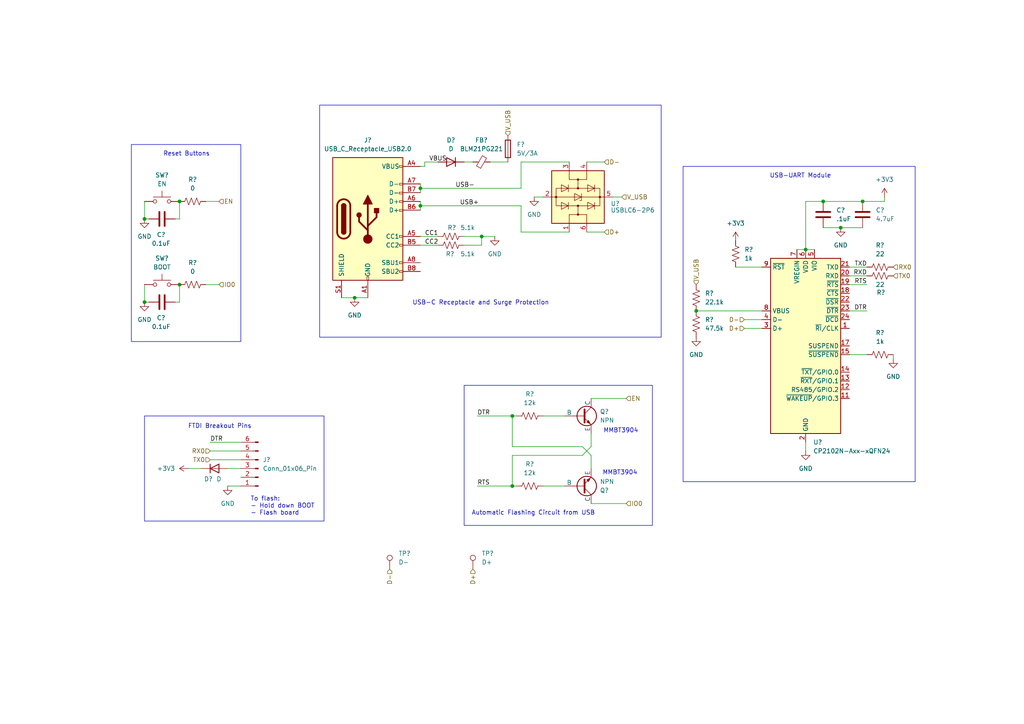
<source format=kicad_sch>
(kicad_sch (version 20231120) (generator "eeschema") (generator_version "8.0")
  (paper "A4")
  (lib_symbols
    (symbol "Connector:Conn_01x06_Pin" (pin_names (offset 1.016) hide)
      (property "Reference" "J" (at 0 7.62 0))
      (property "Value" "Conn_01x06_Pin" (at 0 -10.16 0))
      (symbol "Conn_01x06_Pin_1_1"
        (polyline (pts (xy 1.27 -7.62) (xy 0.8636 -7.62)) (stroke (width 0.1524)))
        (polyline (pts (xy 1.27 -5.08) (xy 0.8636 -5.08)) (stroke (width 0.1524)))
        (polyline (pts (xy 1.27 -2.54) (xy 0.8636 -2.54)) (stroke (width 0.1524)))
        (polyline (pts (xy 1.27 0) (xy 0.8636 0)) (stroke (width 0.1524)))
        (polyline (pts (xy 1.27 2.54) (xy 0.8636 2.54)) (stroke (width 0.1524)))
        (polyline (pts (xy 1.27 5.08) (xy 0.8636 5.08)) (stroke (width 0.1524)))
        (rectangle (start 0.8636 -7.493) (end 0 -7.747) (stroke (width 0.1524)) (fill (type outline)))
        (rectangle (start 0.8636 -4.953) (end 0 -5.207) (stroke (width 0.1524)) (fill (type outline)))
        (rectangle (start 0.8636 -2.413) (end 0 -2.667) (stroke (width 0.1524)) (fill (type outline)))
        (rectangle (start 0.8636 0.127) (end 0 -0.127) (stroke (width 0.1524)) (fill (type outline)))
        (rectangle (start 0.8636 2.667) (end 0 2.413) (stroke (width 0.1524)) (fill (type outline)))
        (rectangle (start 0.8636 5.207) (end 0 4.953) (stroke (width 0.1524)) (fill (type outline)))
        (pin passive line (at 5.08 5.08 180) (length 3.81) (name "Pin_1") (number "1"))
        (pin passive line (at 5.08 2.54 180) (length 3.81) (name "Pin_2") (number "2"))
        (pin passive line (at 5.08 0 180) (length 3.81) (name "Pin_3") (number "3"))
        (pin passive line (at 5.08 -2.54 180) (length 3.81) (name "Pin_4") (number "4"))
        (pin passive line (at 5.08 -5.08 180) (length 3.81) (name "Pin_5") (number "5"))
        (pin passive line (at 5.08 -7.62 180) (length 3.81) (name "Pin_6") (number "6"))
      )
    )
    (symbol "Connector:TestPoint" (pin_numbers hide) (pin_names (offset 0.762) hide)
      (property "Reference" "TP" (at 0 6.858 0))
      (property "Value" "TestPoint" (at 0 5.08 0))
      (symbol "TestPoint_0_1"
        (circle (center 0 3.302) (radius 0.762))
      )
      (symbol "TestPoint_1_1"
        (pin passive line (at 0 0 90) (length 2.54) (name "1") (number "1"))
      )
    )
    (symbol "Connector:USB_C_Receptacle_USB2.0" (pin_names (offset 1.016))
      (property "Reference" "J?" (at 0 22.86 0))
      (property "Value" "USB_C_Receptacle_USB2.0" (at 0 20.32 0))
      (symbol "USB_C_Receptacle_USB2.0_0_0"
        (rectangle (start -0.254 -17.78) (end 0.254 -16.764))
        (rectangle (start 9.1175 7.7592) (end 10.1335 7.2512))
        (rectangle (start 9.1744 5.2705) (end 10.1904 4.7625))
        (rectangle (start 9.1901 10.34) (end 10.2061 9.832))
        (rectangle (start 10.16 -14.986) (end 9.144 -15.494))
        (rectangle (start 10.16 -12.446) (end 9.144 -12.954))
        (rectangle (start 10.16 -7.366) (end 9.144 -7.874))
        (rectangle (start 10.16 -4.826) (end 9.144 -5.334))
        (rectangle (start 10.16 15.494) (end 9.144 14.986))
        (rectangle (start 10.1904 2.7305) (end 9.1744 2.2225))
      )
      (symbol "USB_C_Receptacle_USB2.0_0_1"
        (rectangle (start -10.16 17.78) (end 10.16 -17.78) (stroke (width 0.254)) (fill (type background)))
        (arc (start -8.89 -3.81) (mid -6.985 -5.7067) (end -5.08 -3.81) (stroke (width 0.508)))
        (arc (start -7.62 -3.81) (mid -6.985 -4.4423) (end -6.35 -3.81) (stroke (width 0.254)))
        (arc (start -7.62 -3.81) (mid -6.985 -4.4423) (end -6.35 -3.81) (stroke (width 0.254)) (fill (type outline)))
        (rectangle (start -7.62 -3.81) (end -6.35 3.81) (stroke (width 0.254)) (fill (type outline)))
        (arc (start -6.35 3.81) (mid -6.985 4.4423) (end -7.62 3.81) (stroke (width 0.254)))
        (arc (start -6.35 3.81) (mid -6.985 4.4423) (end -7.62 3.81) (stroke (width 0.254)) (fill (type outline)))
        (arc (start -5.08 3.81) (mid -6.985 5.7067) (end -8.89 3.81) (stroke (width 0.508)))
        (circle (center -2.54 1.143) (radius 0.635) (stroke (width 0.254)) (fill (type outline)))
        (circle (center 0 -5.842) (radius 1.27) (fill (type outline)))
        (polyline (pts (xy -8.89 -3.81) (xy -8.89 3.81)) (stroke (width 0.508)))
        (polyline (pts (xy -5.08 3.81) (xy -5.08 -3.81)) (stroke (width 0.508)))
        (polyline (pts (xy 0 -5.842) (xy 0 4.318)) (stroke (width 0.508)))
        (polyline (pts (xy 0 -3.302) (xy -2.54 -0.762) (xy -2.54 0.508)) (stroke (width 0.508)))
        (polyline (pts (xy 0 -2.032) (xy 2.54 0.508) (xy 2.54 1.778)) (stroke (width 0.508)))
        (polyline (pts (xy -1.27 4.318) (xy 0 6.858) (xy 1.27 4.318) (xy -1.27 4.318)) (stroke (width 0.254)) (fill (type outline)))
        (rectangle (start 1.905 1.778) (end 3.175 3.048) (stroke (width 0.254)) (fill (type outline)))
      )
      (symbol "USB_C_Receptacle_USB2.0_1_1"
        (pin passive line (at 0 -22.86 90) (length 5.08) (name "GND") (number "A1"))
        (pin passive line (at 0 -22.86 90) (length 5.08) hide (name "GND") (number "A12"))
        (pin passive line (at 15.24 15.24 180) (length 5.08) (name "VBUS") (number "A4"))
        (pin bidirectional line (at 15.24 -5.08 180) (length 5.08) (name "CC1") (number "A5"))
        (pin bidirectional line (at 15.24 5.08 180) (length 5.08) (name "D+") (number "A6"))
        (pin bidirectional line (at 15.24 10.16 180) (length 5.08) (name "D-") (number "A7"))
        (pin bidirectional line (at 15.24 -12.7 180) (length 5.08) (name "SBU1") (number "A8"))
        (pin passive line (at 15.24 15.24 180) (length 5.08) hide (name "VBUS") (number "A9"))
        (pin passive line (at 0 -22.86 90) (length 5.08) hide (name "GND") (number "B1"))
        (pin passive line (at 0 -22.86 90) (length 5.08) hide (name "GND") (number "B12"))
        (pin passive line (at 15.24 15.24 180) (length 5.08) hide (name "VBUS") (number "B4"))
        (pin bidirectional line (at 15.24 -7.62 180) (length 5.08) (name "CC2") (number "B5"))
        (pin bidirectional line (at 15.24 2.54 180) (length 5.08) (name "D+") (number "B6"))
        (pin bidirectional line (at 15.24 7.62 180) (length 5.08) (name "D-") (number "B7"))
        (pin bidirectional line (at 15.24 -15.24 180) (length 5.08) (name "SBU2") (number "B8"))
        (pin passive line (at 15.24 15.24 180) (length 5.08) hide (name "VBUS") (number "B9"))
        (pin passive line (at -7.62 -22.86 90) (length 5.08) (name "SHIELD") (number "S1"))
      )
    )
    (symbol "Device:C" (pin_numbers hide) (pin_names (offset 0.254))
      (property "Reference" "C" (at 0.635 2.54 0))
      (property "Value" "C" (at 0.635 -2.54 0))
      (symbol "C_0_1"
        (polyline (pts (xy -2.032 -0.762) (xy 2.032 -0.762)) (stroke (width 0.508)))
        (polyline (pts (xy -2.032 0.762) (xy 2.032 0.762)) (stroke (width 0.508)))
      )
      (symbol "C_1_1"
        (pin passive line (at 0 3.81 270) (length 2.794) (name "~") (number "1"))
        (pin passive line (at 0 -3.81 90) (length 2.794) (name "~") (number "2"))
      )
    )
    (symbol "Device:D" (pin_numbers hide) (pin_names (offset 1.016) hide)
      (property "Reference" "D" (at 0 2.54 0))
      (property "Value" "D" (at 0 -2.54 0))
      (symbol "D_0_1"
        (polyline (pts (xy -1.27 1.27) (xy -1.27 -1.27)) (stroke (width 0.254)))
        (polyline (pts (xy 1.27 0) (xy -1.27 0)))
        (polyline (pts (xy 1.27 1.27) (xy 1.27 -1.27) (xy -1.27 0) (xy 1.27 1.27)) (stroke (width 0.254)))
      )
      (symbol "D_1_1"
        (pin passive line (at -3.81 0 0) (length 2.54) (name "K") (number "1"))
        (pin passive line (at 3.81 0 180) (length 2.54) (name "A") (number "2"))
      )
    )
    (symbol "Device:FerriteBead_Small" (pin_numbers hide) (pin_names (offset 0))
      (property "Reference" "FB" (at 1.905 1.27 0))
      (property "Value" "FerriteBead_Small" (at 1.905 -1.27 0))
      (symbol "FerriteBead_Small_0_1"
        (polyline (pts (xy 0 -1.27) (xy 0 -0.7874)))
        (polyline (pts (xy 0 0.889) (xy 0 1.2954)))
        (polyline (pts (xy -1.8288 0.2794) (xy -1.1176 1.4986) (xy 1.8288 -0.2032) (xy 1.1176 -1.4224) (xy -1.8288 0.2794)))
      )
      (symbol "FerriteBead_Small_1_1"
        (pin passive line (at 0 2.54 270) (length 1.27) (name "~") (number "1"))
        (pin passive line (at 0 -2.54 90) (length 1.27) (name "~") (number "2"))
      )
    )
    (symbol "Device:Fuse" (pin_numbers hide) (pin_names (offset 0))
      (property "Reference" "F" (at 2.032 0 90))
      (property "Value" "Fuse" (at -1.905 0 90))
      (symbol "Fuse_0_1"
        (rectangle (start -0.762 -2.54) (end 0.762 2.54) (stroke (width 0.254)))
        (polyline (pts (xy 0 2.54) (xy 0 -2.54)))
      )
      (symbol "Fuse_1_1"
        (pin passive line (at 0 3.81 270) (length 1.27) (name "~") (number "1"))
        (pin passive line (at 0 -3.81 90) (length 1.27) (name "~") (number "2"))
      )
    )
    (symbol "Device:R_US" (pin_numbers hide) (pin_names (offset 0))
      (property "Reference" "R" (at 2.54 0 90))
      (property "Value" "R_US" (at -2.54 0 90))
      (symbol "R_US_0_1"
        (polyline (pts (xy 0 -2.286) (xy 0 -2.54)))
        (polyline (pts (xy 0 2.286) (xy 0 2.54)))
        (polyline (pts (xy 0 -0.762) (xy 1.016 -1.143) (xy 0 -1.524) (xy -1.016 -1.905) (xy 0 -2.286)))
        (polyline (pts (xy 0 0.762) (xy 1.016 0.381) (xy 0 0) (xy -1.016 -0.381) (xy 0 -0.762)))
        (polyline (pts (xy 0 2.286) (xy 1.016 1.905) (xy 0 1.524) (xy -1.016 1.143) (xy 0 0.762)))
      )
      (symbol "R_US_1_1"
        (pin passive line (at 0 3.81 270) (length 1.27) (name "~") (number "1"))
        (pin passive line (at 0 -3.81 90) (length 1.27) (name "~") (number "2"))
      )
    )
    (symbol "Interface_USB:CP2102N-Axx-xQFN24"
      (property "Reference" "U" (at -8.89 26.67 0))
      (property "Value" "CP2102N-Axx-xQFN24" (at 13.97 26.67 0))
      (symbol "CP2102N-Axx-xQFN24_0_1"
        (rectangle (start -10.16 25.4) (end 10.16 -25.4) (stroke (width 0.254)) (fill (type background)))
      )
      (symbol "CP2102N-Axx-xQFN24_1_1"
        (pin bidirectional line (at 12.7 5.08 180) (length 2.54) (name "~{RI}/CLK") (number "1"))
        (pin no_connect line (at -10.16 -22.86 0) (length 2.54) hide (name "NC") (number "10"))
        (pin bidirectional line (at 12.7 -15.24 180) (length 2.54) (name "~{WAKEUP}/GPIO.3") (number "11"))
        (pin bidirectional line (at 12.7 -12.7 180) (length 2.54) (name "RS485/GPIO.2") (number "12"))
        (pin bidirectional line (at 12.7 -10.16 180) (length 2.54) (name "~{RXT}/GPIO.1") (number "13"))
        (pin bidirectional line (at 12.7 -7.62 180) (length 2.54) (name "~{TXT}/GPIO.0") (number "14"))
        (pin output line (at 12.7 -2.54 180) (length 2.54) (name "~{SUSPEND}") (number "15"))
        (pin no_connect line (at 10.16 -22.86 180) (length 2.54) hide (name "NC") (number "16"))
        (pin output line (at 12.7 0 180) (length 2.54) (name "SUSPEND") (number "17"))
        (pin input line (at 12.7 15.24 180) (length 2.54) (name "~{CTS}") (number "18"))
        (pin output line (at 12.7 17.78 180) (length 2.54) (name "~{RTS}") (number "19"))
        (pin power_in line (at 0 -27.94 90) (length 2.54) (name "GND") (number "2"))
        (pin input line (at 12.7 20.32 180) (length 2.54) (name "RXD") (number "20"))
        (pin output line (at 12.7 22.86 180) (length 2.54) (name "TXD") (number "21"))
        (pin input line (at 12.7 12.7 180) (length 2.54) (name "~{DSR}") (number "22"))
        (pin output line (at 12.7 10.16 180) (length 2.54) (name "~{DTR}") (number "23"))
        (pin input line (at 12.7 7.62 180) (length 2.54) (name "~{DCD}") (number "24"))
        (pin passive line (at 0 -27.94 90) (length 2.54) hide (name "GND") (number "25"))
        (pin bidirectional line (at -12.7 5.08 0) (length 2.54) (name "D+") (number "3"))
        (pin bidirectional line (at -12.7 7.62 0) (length 2.54) (name "D-") (number "4"))
        (pin power_in line (at 2.54 27.94 270) (length 2.54) (name "VIO") (number "5"))
        (pin power_in line (at 0 27.94 270) (length 2.54) (name "VDD") (number "6"))
        (pin power_in line (at -2.54 27.94 270) (length 2.54) (name "VREGIN") (number "7"))
        (pin input line (at -12.7 10.16 0) (length 2.54) (name "VBUS") (number "8"))
        (pin input line (at -12.7 22.86 0) (length 2.54) (name "~{RST}") (number "9"))
      )
    )
    (symbol "Power_Protection:USBLC6-2P6" (pin_names hide)
      (property "Reference" "U" (at 2.54 8.89 0))
      (property "Value" "USBLC6-2P6" (at 2.54 -8.89 0))
      (symbol "USBLC6-2P6_0_1"
        (rectangle (start -7.62 -7.62) (end 7.62 7.62) (stroke (width 0.254)) (fill (type background)))
        (circle (center -5.08 0) (radius 0.254) (fill (type outline)))
        (circle (center -2.54 0) (radius 0.254) (fill (type outline)))
        (rectangle (start -2.54 6.35) (end 2.54 -6.35))
        (circle (center 0 -6.35) (radius 0.254) (fill (type outline)))
        (polyline (pts (xy -5.08 -2.54) (xy -7.62 -2.54)))
        (polyline (pts (xy -5.08 0) (xy -5.08 -2.54)))
        (polyline (pts (xy -5.08 2.54) (xy -7.62 2.54)))
        (polyline (pts (xy -1.524 -2.794) (xy -3.556 -2.794)))
        (polyline (pts (xy -1.524 4.826) (xy -3.556 4.826)))
        (polyline (pts (xy 0 -7.62) (xy 0 -6.35)))
        (polyline (pts (xy 0 -6.35) (xy 0 1.27)))
        (polyline (pts (xy 0 1.27) (xy 0 6.35)))
        (polyline (pts (xy 0 6.35) (xy 0 7.62)))
        (polyline (pts (xy 1.524 -2.794) (xy 3.556 -2.794)))
        (polyline (pts (xy 1.524 4.826) (xy 3.556 4.826)))
        (polyline (pts (xy 5.08 -2.54) (xy 7.62 -2.54)))
        (polyline (pts (xy 5.08 0) (xy 5.08 -2.54)))
        (polyline (pts (xy 5.08 2.54) (xy 7.62 2.54)))
        (polyline (pts (xy -2.54 0) (xy -5.08 0) (xy -5.08 2.54)))
        (polyline (pts (xy 2.54 0) (xy 5.08 0) (xy 5.08 2.54)))
        (polyline (pts (xy -3.556 -4.826) (xy -1.524 -4.826) (xy -2.54 -2.794) (xy -3.556 -4.826)))
        (polyline (pts (xy -3.556 2.794) (xy -1.524 2.794) (xy -2.54 4.826) (xy -3.556 2.794)))
        (polyline (pts (xy -1.016 -1.016) (xy 1.016 -1.016) (xy 0 1.016) (xy -1.016 -1.016)))
        (polyline (pts (xy 1.016 1.016) (xy 0.762 1.016) (xy -1.016 1.016) (xy -1.016 0.508)))
        (polyline (pts (xy 3.556 -4.826) (xy 1.524 -4.826) (xy 2.54 -2.794) (xy 3.556 -4.826)))
        (polyline (pts (xy 3.556 2.794) (xy 1.524 2.794) (xy 2.54 4.826) (xy 3.556 2.794)))
        (circle (center 0 6.35) (radius 0.254) (fill (type outline)))
        (circle (center 2.54 0) (radius 0.254) (fill (type outline)))
        (circle (center 5.08 0) (radius 0.254) (fill (type outline)))
      )
      (symbol "USBLC6-2P6_1_1"
        (pin passive line (at -10.16 -2.54 0) (length 2.54) (name "I/O1") (number "1"))
        (pin passive line (at 0 -10.16 90) (length 2.54) (name "GND") (number "2"))
        (pin passive line (at 10.16 -2.54 180) (length 2.54) (name "I/O2") (number "3"))
        (pin passive line (at 10.16 2.54 180) (length 2.54) (name "I/O2") (number "4"))
        (pin passive line (at 0 10.16 270) (length 2.54) (name "VBUS") (number "5"))
        (pin passive line (at -10.16 2.54 0) (length 2.54) (name "I/O1") (number "6"))
      )
    )
    (symbol "Simulation_SPICE:NPN" (pin_numbers hide) (pin_names (offset 0))
      (property "Reference" "Q" (at -2.54 7.62 0))
      (property "Value" "NPN" (at -2.54 5.08 0))
      (symbol "NPN_0_1"
        (polyline (pts (xy -2.54 0) (xy 0.635 0)) (stroke (width 0.1524)))
        (polyline (pts (xy 0.635 0.635) (xy 2.54 2.54)))
        (polyline (pts (xy 2.794 -1.27) (xy 2.794 -1.27)) (stroke (width 0.1524)))
        (polyline (pts (xy 2.794 -1.27) (xy 2.794 -1.27)) (stroke (width 0.1524)))
        (polyline (pts (xy 0.635 -0.635) (xy 2.54 -2.54) (xy 2.54 -2.54)))
        (polyline (pts (xy 0.635 1.905) (xy 0.635 -1.905) (xy 0.635 -1.905)) (stroke (width 0.508)))
        (polyline (pts (xy 1.27 -1.778) (xy 1.778 -1.27) (xy 2.286 -2.286) (xy 1.27 -1.778) (xy 1.27 -1.778)) (fill (type outline)))
        (circle (center 1.27 0) (radius 2.8194) (stroke (width 0.254)))
      )
      (symbol "NPN_1_1"
        (pin open_collector line (at 2.54 5.08 270) (length 2.54) (name "C") (number "1"))
        (pin input line (at -5.08 0 0) (length 2.54) (name "B") (number "2"))
        (pin open_emitter line (at 2.54 -5.08 90) (length 2.54) (name "E") (number "3"))
      )
    )
    (symbol "Switch:SW_Push" (pin_numbers hide) (pin_names (offset 1.016) hide)
      (property "Reference" "SW" (at 1.27 2.54 0))
      (property "Value" "SW_Push" (at 0 -1.524 0))
      (symbol "SW_Push_0_1"
        (circle (center -2.032 0) (radius 0.508))
        (polyline (pts (xy 0 1.27) (xy 0 3.048)))
        (polyline (pts (xy 2.54 1.27) (xy -2.54 1.27)))
        (circle (center 2.032 0) (radius 0.508))
        (pin passive line (at -5.08 0 0) (length 2.54) (name "1") (number "1"))
        (pin passive line (at 5.08 0 180) (length 2.54) (name "2") (number "2"))
      )
    )
    (symbol "power:+3.3V" (power) (pin_numbers hide) (pin_names (offset 0) hide)
      (property "Value" "+3.3V" (at 0 3.556 0))
      (symbol "+3.3V_0_1"
        (polyline (pts (xy -0.762 1.27) (xy 0 2.54)))
        (polyline (pts (xy 0 0) (xy 0 2.54)))
        (polyline (pts (xy 0 2.54) (xy 0.762 1.27)))
      )
      (symbol "+3.3V_1_1"
        (pin power_in line (at 0 0 90) (length 0) (name "~") (number "1"))
      )
    )
    (symbol "power:+3V3" (power) (pin_numbers hide) (pin_names (offset 0) hide)
      (property "Value" "+3V3" (at 0 3.556 0))
      (symbol "+3V3_0_1"
        (polyline (pts (xy -0.762 1.27) (xy 0 2.54)))
        (polyline (pts (xy 0 0) (xy 0 2.54)))
        (polyline (pts (xy 0 2.54) (xy 0.762 1.27)))
      )
      (symbol "+3V3_1_1"
        (pin power_in line (at 0 0 90) (length 0) (name "~") (number "1"))
      )
    )
    (symbol "power:GND" (power) (pin_numbers hide) (pin_names (offset 0) hide)
      (property "Value" "GND" (at 0 -3.81 0))
      (symbol "GND_0_1"
        (polyline (pts (xy 0 0) (xy 0 -1.27) (xy 1.27 -1.27) (xy 0 -2.54) (xy -1.27 -1.27) (xy 0 -1.27)))
      )
      (symbol "GND_1_1"
        (pin power_in line (at 0 0 270) (length 0) (name "~") (number "1"))
      )
    )
  )
  (junction (at 52.07 58.42))
  (junction (at 102.87 86.36))
  (junction (at 121.92 59.69))
  (junction (at 121.92 54.61))
  (junction (at 41.91 87.63))
  (junction (at 243.84 66.04))
  (junction (at 250.19 58.42))
  (junction (at 41.91 63.5))
  (junction (at 238.76 58.42))
  (junction (at 201.93 90.17))
  (junction (at 139.7 68.58))
  (junction (at 52.07 82.55))
  (junction (at 233.68 72.39))
  (junction (at 148.59 120.65))
  (junction (at 148.59 140.97))
  (wire (pts (xy 99.06 86.36) (xy 102.87 86.36)))
  (wire (pts (xy 168.91 129.54) (xy 148.59 129.54)))
  (wire (pts (xy 50.8 87.63) (xy 52.07 87.63)))
  (wire (pts (xy 60.96 128.27) (xy 69.85 128.27)))
  (wire (pts (xy 151.13 46.99) (xy 165.1 46.99)))
  (wire (pts (xy 52.07 63.5) (xy 50.8 63.5)))
  (wire (pts (xy 148.59 132.08) (xy 148.59 140.97)))
  (wire (pts (xy 238.76 58.42) (xy 250.19 58.42)))
  (wire (pts (xy 213.36 77.47) (xy 220.98 77.47)))
  (wire (pts (xy 148.59 129.54) (xy 148.59 120.65)))
  (wire (pts (xy 66.04 140.97) (xy 69.85 140.97)))
  (wire (pts (xy 137.16 46.99) (xy 134.62 46.99)))
  (wire (pts (xy 102.87 86.36) (xy 106.68 86.36)))
  (wire (pts (xy 123.19 48.26) (xy 123.19 46.99)))
  (wire (pts (xy 54.61 135.89) (xy 58.42 135.89)))
  (wire (pts (xy 41.91 82.55) (xy 41.91 87.63)))
  (wire (pts (xy 171.45 125.73) (xy 171.45 129.54)))
  (wire (pts (xy 157.48 120.65) (xy 163.83 120.65)))
  (wire (pts (xy 139.7 68.58) (xy 139.7 71.12)))
  (wire (pts (xy 246.38 90.17) (xy 251.46 90.17)))
  (wire (pts (xy 121.92 48.26) (xy 123.19 48.26)))
  (wire (pts (xy 41.91 58.42) (xy 41.91 63.5)))
  (wire (pts (xy 123.19 46.99) (xy 127 46.99)))
  (wire (pts (xy 60.96 133.35) (xy 69.85 133.35)))
  (wire (pts (xy 231.14 72.39) (xy 233.68 72.39)))
  (wire (pts (xy 233.68 130.81) (xy 233.68 128.27)))
  (wire (pts (xy 147.32 46.99) (xy 142.24 46.99)))
  (wire (pts (xy 170.18 67.31) (xy 175.26 67.31)))
  (wire (pts (xy 181.61 146.05) (xy 171.45 146.05)))
  (wire (pts (xy 256.54 57.15) (xy 256.54 58.42)))
  (wire (pts (xy 215.9 92.71) (xy 220.98 92.71)))
  (wire (pts (xy 165.1 67.31) (xy 151.13 67.31)))
  (wire (pts (xy 171.45 129.54) (xy 168.91 132.08)))
  (wire (pts (xy 60.96 130.81) (xy 69.85 130.81)))
  (wire (pts (xy 171.45 115.57) (xy 181.61 115.57)))
  (wire (pts (xy 233.68 58.42) (xy 233.68 72.39)))
  (wire (pts (xy 148.59 120.65) (xy 149.86 120.65)))
  (wire (pts (xy 171.45 132.08) (xy 171.45 135.89)))
  (wire (pts (xy 121.92 59.69) (xy 121.92 60.96)))
  (wire (pts (xy 52.07 58.42) (xy 52.07 63.5)))
  (wire (pts (xy 170.18 46.99) (xy 175.26 46.99)))
  (wire (pts (xy 243.84 66.04) (xy 250.19 66.04)))
  (wire (pts (xy 256.54 58.42) (xy 250.19 58.42)))
  (wire (pts (xy 41.91 87.63) (xy 43.18 87.63)))
  (wire (pts (xy 246.38 77.47) (xy 251.46 77.47)))
  (wire (pts (xy 246.38 82.55) (xy 251.46 82.55)))
  (wire (pts (xy 121.92 54.61) (xy 151.13 54.61)))
  (wire (pts (xy 134.62 71.12) (xy 139.7 71.12)))
  (wire (pts (xy 139.7 68.58) (xy 143.51 68.58)))
  (wire (pts (xy 238.76 66.04) (xy 243.84 66.04)))
  (wire (pts (xy 121.92 68.58) (xy 127 68.58)))
  (wire (pts (xy 154.94 57.15) (xy 157.48 57.15)))
  (wire (pts (xy 171.45 132.08) (xy 168.91 129.54)))
  (wire (pts (xy 168.91 132.08) (xy 148.59 132.08)))
  (wire (pts (xy 177.8 57.15) (xy 180.34 57.15)))
  (wire (pts (xy 151.13 54.61) (xy 151.13 46.99)))
  (wire (pts (xy 59.69 82.55) (xy 63.5 82.55)))
  (wire (pts (xy 138.43 120.65) (xy 148.59 120.65)))
  (wire (pts (xy 148.59 140.97) (xy 149.86 140.97)))
  (wire (pts (xy 121.92 71.12) (xy 127 71.12)))
  (wire (pts (xy 233.68 72.39) (xy 236.22 72.39)))
  (wire (pts (xy 246.38 102.87) (xy 251.46 102.87)))
  (wire (pts (xy 215.9 95.25) (xy 220.98 95.25)))
  (wire (pts (xy 259.08 102.87) (xy 259.08 104.14)))
  (wire (pts (xy 157.48 140.97) (xy 163.83 140.97)))
  (wire (pts (xy 134.62 68.58) (xy 139.7 68.58)))
  (wire (pts (xy 121.92 59.69) (xy 151.13 59.69)))
  (wire (pts (xy 121.92 58.42) (xy 121.92 59.69)))
  (wire (pts (xy 121.92 53.34) (xy 121.92 54.61)))
  (wire (pts (xy 59.69 58.42) (xy 63.5 58.42)))
  (wire (pts (xy 138.43 140.97) (xy 148.59 140.97)))
  (wire (pts (xy 201.93 90.17) (xy 220.98 90.17)))
  (wire (pts (xy 52.07 87.63) (xy 52.07 82.55)))
  (wire (pts (xy 41.91 63.5) (xy 43.18 63.5)))
  (wire (pts (xy 246.38 80.01) (xy 251.46 80.01)))
  (wire (pts (xy 121.92 54.61) (xy 121.92 55.88)))
  (wire (pts (xy 238.76 58.42) (xy 233.68 58.42)))
  (wire (pts (xy 66.04 135.89) (xy 69.85 135.89)))
  (wire (pts (xy 151.13 67.31) (xy 151.13 59.69)))
  (rectangle (start 38.1 41.91) (end 69.85 99.06))
  (rectangle (start 134.62 111.76) (end 189.23 152.4))
  (rectangle (start 41.91 120.65) (end 93.98 151.13))
  (rectangle (start 198.12 48.26) (end 265.43 139.7))
  (rectangle (start 92.71 30.48) (end 191.77 97.79))
  (text "USB-C Receptacle and Surge Protection" (at 139.446 87.884 0) (effects (font (size 1.27 1.27))))
  (text "To flash:\n- Hold down BOOT\n- Flash board" (at 72.644 146.812 0) (effects (font (size 1.27 1.27)) (justify left)))
  (text "MMBT3904" (at 180.086 124.968 0) (effects (font (size 1.27 1.27))))
  (text "USB-UART Module" (at 232.156 51.054 0) (effects (font (size 1.27 1.27))))
  (text "MMBT3904" (at 179.832 137.16 0) (effects (font (size 1.27 1.27))))
  (text "FTDI Breakout Pins" (at 63.754 123.698 0) (effects (font (size 1.27 1.27))))
  (text "Reset Buttons" (at 54.102 44.704 0) (effects (font (size 1.27 1.27))))
  (text "Automatic Flashing Circuit from USB" (at 154.686 148.844 0) (effects (font (size 1.27 1.27))))
  (label "RXD" (at 251.46 80.01 180))
  (label "CC1" (at 123.19 68.58 0))
  (label "DTR" (at 251.46 90.17 180))
  (label "USB-" (at 132.08 54.61 0))
  (label "DTR" (at 138.43 120.65 0))
  (label "RTS" (at 138.43 140.97 0))
  (label "VBUS" (at 124.46 46.99 0))
  (label "USB+" (at 133.35 59.69 0))
  (label "DTR" (at 60.96 128.27 0))
  (label "RTS" (at 251.46 82.55 180))
  (label "TXD" (at 251.46 77.47 180))
  (label "CC2" (at 123.19 71.12 0))
  (hierarchical_label "RX0" (shape input) (at 60.96 130.81 180))
  (hierarchical_label "D-" (shape input) (at 175.26 46.99 0))
  (hierarchical_label "EN" (shape input) (at 181.61 115.57 0))
  (hierarchical_label "D-" (shape input) (at 113.03 165.1 270))
  (hierarchical_label "D+" (shape input) (at 175.26 67.31 0))
  (hierarchical_label "EN" (shape input) (at 63.5 58.42 0))
  (hierarchical_label "IO0" (shape input) (at 63.5 82.55 0))
  (hierarchical_label "TX0" (shape input) (at 60.96 133.35 180))
  (hierarchical_label "TX0" (shape input) (at 259.08 80.01 0))
  (hierarchical_label "V_USB" (shape input) (at 147.32 39.37 90))
  (hierarchical_label "IO0" (shape input) (at 181.61 146.05 0))
  (hierarchical_label "D+" (shape input) (at 215.9 95.25 180))
  (hierarchical_label "RX0" (shape input) (at 259.08 77.47 0))
  (hierarchical_label "D-" (shape input) (at 215.9 92.71 180))
  (hierarchical_label "V_USB" (shape input) (at 201.93 82.55 90))
  (hierarchical_label "V_USB" (shape input) (at 180.34 57.15 0))
  (hierarchical_label "D+" (shape input) (at 137.16 165.1 270))
  (symbol (lib_id "Device:D") (at 130.81 46.99 180) (unit 1)
    (property "Reference" "D?" (at 130.81 40.64 0))
    (property "Value" "D" (at 130.81 43.18 0))
    (property "Footprint" "Diode_SMD:D_0603_1608Metric" (effects (hide yes)))
    (property "Description" "Diode" (effects (hide yes)))
    (property "Sim.Device" "D" (effects (hide yes)))
    (property "Sim.Pins" "1=K 2=A" (effects (hide yes)))
  )
  (symbol (lib_id "power:GND") (at 41.91 63.5 0) (unit 1)
    (property "Reference" "#PWR01" (effects (hide yes)))
    (property "Value" "GND" (at 41.91 68.58 0))
    (property "Description" "Power symbol creates a global label with name \"GND\" , ground" (effects (hide yes)))
  )
  (symbol (lib_id "power:GND") (at 233.68 130.81 0) (unit 1)
    (property "Reference" "#PWR010" (effects (hide yes)))
    (property "Value" "GND" (at 233.68 135.89 0))
    (property "Description" "Power symbol creates a global label with name \"GND\" , ground" (effects (hide yes)))
  )
  (symbol (lib_id "Device:R_US") (at 153.67 120.65 90) (unit 1)
    (property "Reference" "R?" (at 153.67 114.3 90))
    (property "Value" "12k" (at 153.67 116.84 90))
    (property "Footprint" "Resistor_SMD:R_0603_1608Metric" (effects (hide yes)))
    (property "Description" "Resistor, US symbol" (effects (hide yes)))
  )
  (symbol (lib_id "Switch:SW_Push") (at 46.99 58.42 0) (unit 1)
    (property "Reference" "SW?" (at 46.99 50.8 0))
    (property "Value" "EN" (at 46.99 53.34 0))
    (property "Footprint" "Button_Switch_SMD:SW_SPST_B3S-1000" (effects (hide yes)))
    (property "Description" "Push button switch, generic, two pins" (effects (hide yes)))
  )
  (symbol (lib_id "Device:R_US") (at 130.81 68.58 90) (unit 1)
    (property "Reference" "R?" (at 131.064 66.04 90))
    (property "Value" "5.1k" (at 135.636 66.04 90))
    (property "Footprint" "Resistor_SMD:R_0603_1608Metric" (effects (hide yes)))
    (property "Description" "Resistor, US symbol" (effects (hide yes)))
  )
  (symbol (lib_id "Interface_USB:CP2102N-Axx-xQFN24") (at 233.68 100.33 0) (unit 1)
    (property "Reference" "U?" (at 235.8741 128.27 0) (effects (justify left)))
    (property "Value" "CP2102N-Axx-xQFN24" (at 235.8741 130.81 0) (effects (justify left)))
    (property "Footprint" "Package_DFN_QFN:QFN-24-1EP_4x4mm_P0.5mm_EP2.6x2.6mm" (effects (hide yes)))
    (property "Datasheet" "https://www.silabs.com/documents/public/data-sheets/cp2102n-datasheet.pdf" (effects (hide yes)))
    (property "Description" "USB to UART master bridge, QFN-24" (effects (hide yes)))
  )
  (symbol (lib_id "power:GND") (at 41.91 87.63 0) (unit 1)
    (property "Reference" "#PWR02" (effects (hide yes)))
    (property "Value" "GND" (at 41.91 92.71 0))
    (property "Description" "Power symbol creates a global label with name \"GND\" , ground" (effects (hide yes)))
  )
  (symbol (lib_id "Simulation_SPICE:NPN") (at 168.91 120.65 0) (unit 1)
    (property "Reference" "Q?" (at 173.99 119.3799 0) (effects (justify left)))
    (property "Value" "NPN" (at 173.99 121.9199 0) (effects (justify left)))
    (property "Footprint" "Package_TO_SOT_SMD:SOT-23" (effects (hide yes)))
    (property "Datasheet" "https://ngspice.sourceforge.io/docs/ngspice-html-manual/manual.xhtml#cha_BJTs" (effects (hide yes)))
    (property "Description" "Bipolar transistor symbol for simulation only, substrate tied to the emitter" (effects (hide yes)))
    (property "Sim.Device" "NPN" (effects (hide yes)))
    (property "Sim.Type" "GUMMELPOON" (effects (hide yes)))
    (property "Sim.Pins" "1=C 2=B 3=E" (effects (hide yes)))
  )
  (symbol (lib_id "Simulation_SPICE:NPN") (at 168.91 140.97 0) (mirror x) (unit 1)
    (property "Reference" "Q?" (at 173.99 142.2401 0) (effects (justify left)))
    (property "Value" "NPN" (at 173.99 139.7001 0) (effects (justify left)))
    (property "Footprint" "Package_TO_SOT_SMD:SOT-23" (effects (hide yes)))
    (property "Datasheet" "https://ngspice.sourceforge.io/docs/ngspice-html-manual/manual.xhtml#cha_BJTs" (effects (hide yes)))
    (property "Description" "Bipolar transistor symbol for simulation only, substrate tied to the emitter" (effects (hide yes)))
    (property "Sim.Device" "NPN" (effects (hide yes)))
    (property "Sim.Type" "GUMMELPOON" (effects (hide yes)))
    (property "Sim.Pins" "1=C 2=B 3=E" (effects (hide yes)))
  )
  (symbol (lib_id "Device:R_US") (at 255.27 77.47 90) (unit 1)
    (property "Reference" "R?" (at 255.27 71.12 90))
    (property "Value" "22" (at 255.27 73.66 90))
    (property "Footprint" "Resistor_SMD:R_0603_1608Metric" (effects (hide yes)))
    (property "Description" "Resistor, US symbol" (effects (hide yes)))
  )
  (symbol (lib_id "power:GND") (at 66.04 140.97 0) (unit 1)
    (property "Reference" "#PWR04" (effects (hide yes)))
    (property "Value" "GND" (at 66.04 146.05 0))
    (property "Description" "Power symbol creates a global label with name \"GND\" , ground" (effects (hide yes)))
  )
  (symbol (lib_id "Device:C") (at 238.76 62.23 0) (unit 1)
    (property "Reference" "C?" (at 242.57 60.9599 0) (effects (justify left)))
    (property "Value" ".1uF" (at 242.57 63.4999 0) (effects (justify left)))
    (property "Footprint" "Capacitor_SMD:C_0603_1608Metric" (effects (hide yes)))
    (property "Description" "Unpolarized capacitor" (effects (hide yes)))
  )
  (symbol (lib_id "Switch:SW_Push") (at 46.99 82.55 0) (unit 1)
    (property "Reference" "SW?" (at 46.99 74.93 0))
    (property "Value" "BOOT" (at 46.99 77.47 0))
    (property "Footprint" "Button_Switch_SMD:SW_SPST_B3S-1000" (effects (hide yes)))
    (property "Description" "Push button switch, generic, two pins" (effects (hide yes)))
  )
  (symbol (lib_id "power:GND") (at 102.87 86.36 0) (unit 1)
    (property "Reference" "#PWR05" (effects (hide yes)))
    (property "Value" "GND" (at 102.87 91.44 0))
    (property "Description" "Power symbol creates a global label with name \"GND\" , ground" (effects (hide yes)))
  )
  (symbol (lib_id "Device:Fuse") (at 147.32 43.18 0) (unit 1)
    (property "Reference" "F?" (at 149.86 41.9099 0) (effects (justify left)))
    (property "Value" "5V/3A" (at 149.86 44.4499 0) (effects (justify left)))
    (property "Footprint" "Fuse:Fuse_0603_1608Metric" (effects (hide yes)))
    (property "Description" "Fuse" (effects (hide yes)))
  )
  (symbol (lib_id "Connector:TestPoint") (at 137.16 165.1 0) (unit 1)
    (property "Reference" "TP?" (at 139.7 160.5279 0) (effects (justify left)))
    (property "Value" "D+" (at 139.7 163.0679 0) (effects (justify left)))
    (property "Footprint" "Connector_PinHeader_2.54mm:PinHeader_1x01_P2.54mm_Vertical" (effects (hide yes)))
    (property "Description" "test point" (effects (hide yes)))
  )
  (symbol (lib_id "Device:R_US") (at 201.93 93.98 0) (unit 1)
    (property "Reference" "R?" (at 204.47 92.7099 0) (effects (justify left)))
    (property "Value" "47.5k" (at 204.47 95.2499 0) (effects (justify left)))
    (property "Footprint" "Resistor_SMD:R_0603_1608Metric" (effects (hide yes)))
    (property "Description" "Resistor, US symbol" (effects (hide yes)))
  )
  (symbol (lib_id "power:GND") (at 243.84 66.04 0) (unit 1)
    (property "Reference" "#PWR011" (effects (hide yes)))
    (property "Value" "GND" (at 243.84 71.12 0))
    (property "Description" "Power symbol creates a global label with name \"GND\" , ground" (effects (hide yes)))
  )
  (symbol (lib_id "power:GND") (at 154.94 57.15 0) (unit 1)
    (property "Reference" "#PWR07" (effects (hide yes)))
    (property "Value" "GND" (at 154.94 62.23 0))
    (property "Description" "Power symbol creates a global label with name \"GND\" , ground" (effects (hide yes)))
  )
  (symbol (lib_id "Device:R_US") (at 255.27 80.01 90) (unit 1)
    (property "Reference" "R?" (at 255.524 84.836 90))
    (property "Value" "22" (at 255.27 82.55 90))
    (property "Footprint" "Resistor_SMD:R_0603_1608Metric" (effects (hide yes)))
    (property "Description" "Resistor, US symbol" (effects (hide yes)))
  )
  (symbol (lib_id "Device:FerriteBead_Small") (at 139.7 46.99 90) (unit 1)
    (property "Reference" "FB?" (at 139.6619 40.64 90))
    (property "Value" "BLM21PG221" (at 139.6619 43.18 90))
    (property "Footprint" "Inductor_SMD:L_0603_1608Metric_Pad1.05x0.95mm_HandSolder" (effects (hide yes)))
  )
  (symbol (lib_id "power:+3V3") (at 213.36 69.85 0) (unit 1)
    (property "Reference" "#PWR09" (effects (hide yes)))
    (property "Value" "+3V3" (at 213.36 64.77 0))
    (property "Description" "Power symbol creates a global label with name \"+3V3\"" (effects (hide yes)))
  )
  (symbol (lib_id "power:GND") (at 201.93 97.79 0) (unit 1)
    (property "Reference" "#PWR08" (effects (hide yes)))
    (property "Value" "GND" (at 201.93 102.87 0))
    (property "Description" "Power symbol creates a global label with name \"GND\" , ground" (effects (hide yes)))
  )
  (symbol (lib_id "Device:C") (at 250.19 62.23 0) (unit 1)
    (property "Reference" "C?" (at 254 60.9599 0) (effects (justify left)))
    (property "Value" "4.7uF" (at 254 63.4999 0) (effects (justify left)))
    (property "Footprint" "Capacitor_SMD:C_0603_1608Metric" (effects (hide yes)))
    (property "Description" "Unpolarized capacitor" (effects (hide yes)))
  )
  (symbol (lib_id "Device:R_US") (at 153.67 140.97 90) (unit 1)
    (property "Reference" "R?" (at 153.67 134.62 90))
    (property "Value" "12k" (at 153.67 137.16 90))
    (property "Footprint" "Resistor_SMD:R_0603_1608Metric" (effects (hide yes)))
    (property "Description" "Resistor, US symbol" (effects (hide yes)))
  )
  (symbol (lib_id "Device:C") (at 46.99 87.63 90) (unit 1)
    (property "Reference" "C?" (at 46.736 92.202 90))
    (property "Value" "0.1uF" (at 46.736 94.742 90))
    (property "Footprint" "Capacitor_SMD:C_0603_1608Metric" (effects (hide yes)))
    (property "Description" "Unpolarized capacitor" (effects (hide yes)))
  )
  (symbol (lib_id "Device:R_US") (at 55.88 82.55 90) (unit 1)
    (property "Reference" "R?" (at 55.88 76.2 90))
    (property "Value" "0" (at 55.88 78.74 90))
    (property "Footprint" "Resistor_SMD:R_0603_1608Metric" (effects (hide yes)))
    (property "Description" "Resistor, US symbol" (effects (hide yes)))
  )
  (symbol (lib_id "Connector:Conn_01x06_Pin") (at 74.93 135.89 180) (unit 1)
    (property "Reference" "J?" (at 76.2 133.3499 0) (effects (justify right)))
    (property "Value" "Conn_01x06_Pin" (at 76.2 135.8899 0) (effects (justify right)))
    (property "Footprint" "Connector_PinSocket_2.54mm:PinSocket_1x06_P2.54mm_Vertical" (effects (hide yes)))
    (property "Description" "Generic connector, single row, 01x06, script generated" (effects (hide yes)))
  )
  (symbol (lib_id "Device:R_US") (at 213.36 73.66 180) (unit 1)
    (property "Reference" "R?" (at 215.9 72.3899 0) (effects (justify right)))
    (property "Value" "1k" (at 215.9 74.9299 0) (effects (justify right)))
    (property "Footprint" "Resistor_SMD:R_0603_1608Metric" (effects (hide yes)))
    (property "Description" "Resistor, US symbol" (effects (hide yes)))
  )
  (symbol (lib_id "power:GND") (at 143.51 68.58 0) (unit 1)
    (property "Reference" "#PWR06" (effects (hide yes)))
    (property "Value" "GND" (at 143.51 73.66 0))
    (property "Description" "Power symbol creates a global label with name \"GND\" , ground" (effects (hide yes)))
  )
  (symbol (lib_id "Device:R_US") (at 255.27 102.87 90) (unit 1)
    (property "Reference" "R?" (at 255.27 96.52 90))
    (property "Value" "1k" (at 255.27 99.06 90))
    (property "Footprint" "Resistor_SMD:R_0603_1608Metric" (effects (hide yes)))
    (property "Description" "Resistor, US symbol" (effects (hide yes)))
  )
  (symbol (lib_id "Device:R_US") (at 201.93 86.36 0) (unit 1)
    (property "Reference" "R?" (at 204.47 85.0899 0) (effects (justify left)))
    (property "Value" "22.1k" (at 204.47 87.6299 0) (effects (justify left)))
    (property "Footprint" "Resistor_SMD:R_0603_1608Metric" (effects (hide yes)))
    (property "Description" "Resistor, US symbol" (effects (hide yes)))
  )
  (symbol (lib_id "power:+3.3V") (at 54.61 135.89 90) (unit 1)
    (property "Reference" "#PWR03" (effects (hide yes)))
    (property "Value" "+3V3" (at 50.8 135.8899 90) (effects (justify left)))
    (property "Description" "Power symbol creates a global label with name \"+3.3V\"" (effects (hide yes)))
  )
  (symbol (lib_id "Device:C") (at 46.99 63.5 90) (unit 1)
    (property "Reference" "C?" (at 46.736 68.072 90))
    (property "Value" "0.1uF" (at 46.736 70.612 90))
    (property "Footprint" "Capacitor_SMD:C_0603_1608Metric" (effects (hide yes)))
    (property "Description" "Unpolarized capacitor" (effects (hide yes)))
  )
  (symbol (lib_id "Connector:TestPoint") (at 113.03 165.1 0) (unit 1)
    (property "Reference" "TP?" (at 115.57 160.5279 0) (effects (justify left)))
    (property "Value" "D-" (at 115.57 163.0679 0) (effects (justify left)))
    (property "Footprint" "Connector_PinHeader_2.54mm:PinHeader_1x01_P2.54mm_Vertical" (effects (hide yes)))
    (property "Description" "test point" (effects (hide yes)))
  )
  (symbol (lib_id "Device:R_US") (at 130.81 71.12 90) (unit 1)
    (property "Reference" "R?" (at 130.556 73.66 90))
    (property "Value" "5.1k" (at 135.636 73.66 90))
    (property "Footprint" "Resistor_SMD:R_0603_1608Metric" (effects (hide yes)))
    (property "Description" "Resistor, US symbol" (effects (hide yes)))
  )
  (symbol (lib_id "power:+3V3") (at 256.54 57.15 0) (unit 1)
    (property "Reference" "#PWR012" (effects (hide yes)))
    (property "Value" "+3V3" (at 256.54 52.07 0))
    (property "Description" "Power symbol creates a global label with name \"+3V3\"" (effects (hide yes)))
  )
  (symbol (lib_id "Power_Protection:USBLC6-2P6") (at 167.64 57.15 270) (mirror x) (unit 1)
    (property "Reference" "U?" (at 178.435 59.055 90))
    (property "Value" "USBLC6-2P6" (at 183.515 60.96 90))
    (property "Footprint" "Package_TO_SOT_SMD:SOT-666" (effects (hide yes)))
    (property "Datasheet" "https://www.st.com/resource/en/datasheet/usblc6-2.pdf" (effects (hide yes)))
  )
  (symbol (lib_id "Connector:USB_C_Receptacle_USB2.0") (at 106.68 63.5 0) (unit 1)
    (property "Reference" "J?" (at 106.68 40.64 0))
    (property "Value" "USB_C_Receptacle_USB2.0" (at 106.68 43.18 0))
    (property "Footprint" "Connector_USB:USB_C_Receptacle_HRO_TYPE-C-31-M-12" (effects (hide yes)))
    (property "Datasheet" "https://www.usb.org/sites/default/files/documents/usb_type-c.zip" (effects (hide yes)))
  )
  (symbol (lib_id "Device:R_US") (at 55.88 58.42 90) (unit 1)
    (property "Reference" "R?" (at 55.88 52.07 90))
    (property "Value" "0" (at 55.88 54.61 90))
    (property "Footprint" "Resistor_SMD:R_0603_1608Metric" (effects (hide yes)))
    (property "Description" "Resistor, US symbol" (effects (hide yes)))
  )
  (symbol (lib_id "power:GND") (at 259.08 104.14 0) (unit 1)
    (property "Reference" "#PWR013" (effects (hide yes)))
    (property "Value" "GND" (at 259.08 109.22 0))
    (property "Description" "Power symbol creates a global label with name \"GND\" , ground" (effects (hide yes)))
  )
  (symbol (lib_id "Device:D") (at 62.23 135.89 0) (unit 1)
    (property "Reference" "D?" (at 60.452 138.938 0))
    (property "Value" "D" (at 63.5 138.938 0))
    (property "Footprint" "Diode_SMD:D_0603_1608Metric" (effects (hide yes)))
    (property "Description" "Diode" (effects (hide yes)))
    (property "Sim.Device" "D" (effects (hide yes)))
    (property "Sim.Pins" "1=K 2=A" (effects (hide yes)))
  )
)
</source>
